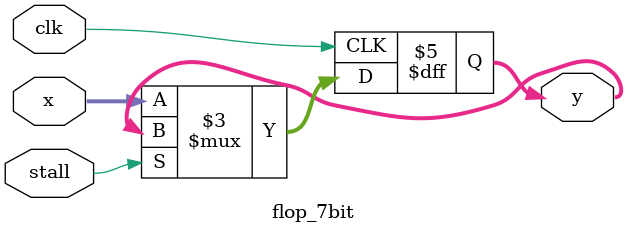
<source format=v>
module flop_7bit(stall, x, y,clk);
input stall,clk;
input [6:0] x;
output reg [6:0]y;

always @(posedge clk)begin
if(stall)
y<=y;
else
y<=x;

end
endmodule

</source>
